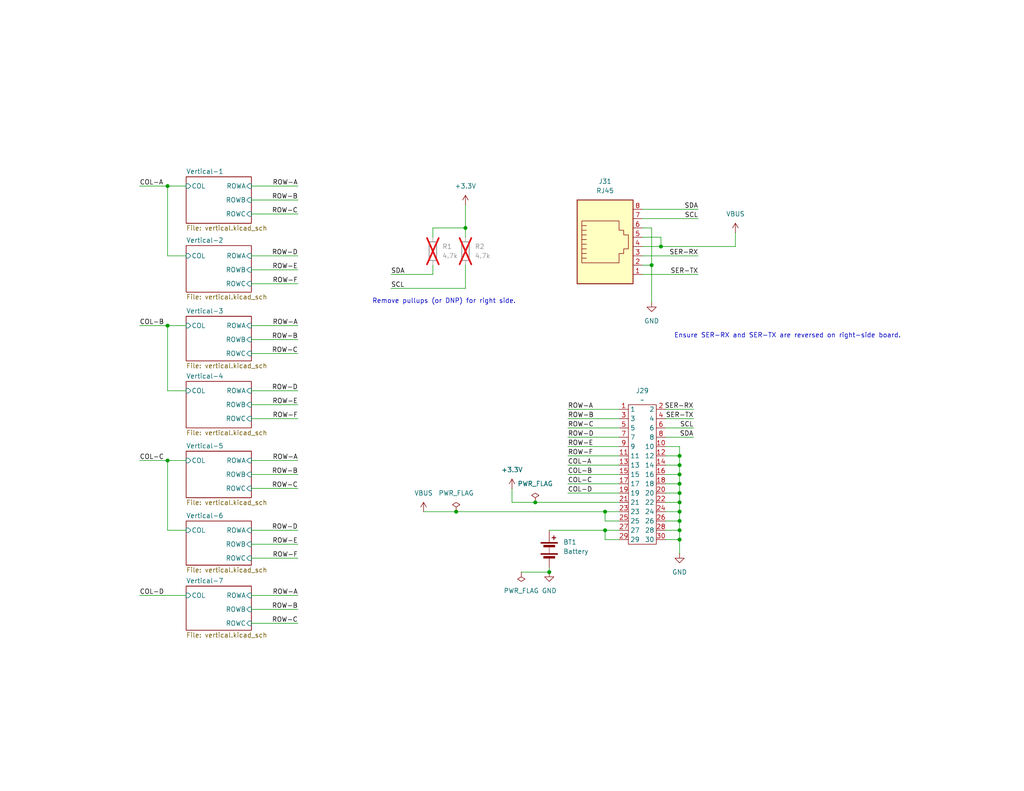
<source format=kicad_sch>
(kicad_sch (version 20231120) (generator "eeschema") (generator_version "8.0")
  (paper "A")
  (title_block (title "Jolt 3 - Left"))
  (lib_symbols
    (symbol "Connector:RJ45" (pin_names (offset 1.016))
      (property "Reference" "J" (at -5.08 13.97 0))
      (property "Value" "RJ45" (at 2.54 13.97 0))
      (symbol "RJ45_0_1"
        (polyline (pts (xy -5.08 4.445) (xy -6.35 4.445)))
        (polyline (pts (xy -5.08 5.715) (xy -6.35 5.715)))
        (polyline (pts (xy -6.35 -3.175) (xy -5.08 -3.175) (xy -5.08 -3.175)))
        (polyline (pts (xy -6.35 -1.905) (xy -5.08 -1.905) (xy -5.08 -1.905)))
        (polyline (pts (xy -6.35 -0.635) (xy -5.08 -0.635) (xy -5.08 -0.635)))
        (polyline (pts (xy -6.35 0.635) (xy -5.08 0.635) (xy -5.08 0.635)))
        (polyline (pts (xy -6.35 1.905) (xy -5.08 1.905) (xy -5.08 1.905)))
        (polyline (pts (xy -5.08 3.175) (xy -6.35 3.175) (xy -6.35 3.175)))
        (polyline (pts (xy -6.35 -4.445) (xy -6.35 6.985) (xy 3.81 6.985) (xy 3.81 4.445) (xy 5.08 4.445) (xy 5.08 3.175) (xy 6.35 3.175) (xy 6.35 -0.635) (xy 5.08 -0.635) (xy 5.08 -1.905) (xy 3.81 -1.905) (xy 3.81 -4.445) (xy -6.35 -4.445) (xy -6.35 -4.445)))
        (rectangle (start 7.62 12.7) (end -7.62 -10.16) (stroke (width 0.254)) (fill (type background)))
      )
      (symbol "RJ45_1_1"
        (pin passive line (at 10.16 -7.62 180) (length 2.54) (name "~") (number "1"))
        (pin passive line (at 10.16 -5.08 180) (length 2.54) (name "~") (number "2"))
        (pin passive line (at 10.16 -2.54 180) (length 2.54) (name "~") (number "3"))
        (pin passive line (at 10.16 0 180) (length 2.54) (name "~") (number "4"))
        (pin passive line (at 10.16 2.54 180) (length 2.54) (name "~") (number "5"))
        (pin passive line (at 10.16 5.08 180) (length 2.54) (name "~") (number "6"))
        (pin passive line (at 10.16 7.62 180) (length 2.54) (name "~") (number "7"))
        (pin passive line (at 10.16 10.16 180) (length 2.54) (name "~") (number "8"))
      )
    )
    (symbol "David Brown Keyboard Parts:Hirose_df40c-30ds"
      (property "Reference" "J" (at 0 19.05 0))
      (symbol "Hirose_df40c-30ds_0_1"
        (rectangle (start -3.81 17.78) (end 3.81 -20.32))
      )
      (symbol "Hirose_df40c-30ds_1_0"
        (pin passive line (at 6.35 6.35 180) (length 2.54) (name "10") (number "10"))
        (pin passive line (at -6.35 3.81 0) (length 2.54) (name "11") (number "11"))
        (pin passive line (at 6.35 3.81 180) (length 2.54) (name "12") (number "12"))
        (pin passive line (at -6.35 1.27 0) (length 2.54) (name "13") (number "13"))
        (pin passive line (at 6.35 1.27 180) (length 2.54) (name "14") (number "14"))
        (pin passive line (at -6.35 -1.27 0) (length 2.54) (name "15") (number "15"))
        (pin passive line (at 6.35 -1.27 180) (length 2.54) (name "16") (number "16"))
        (pin passive line (at -6.35 -3.81 0) (length 2.54) (name "17") (number "17"))
        (pin passive line (at 6.35 -3.81 180) (length 2.54) (name "18") (number "18"))
        (pin passive line (at -6.35 -6.35 0) (length 2.54) (name "19") (number "19"))
        (pin passive line (at 6.35 -6.35 180) (length 2.54) (name "20") (number "20"))
        (pin passive line (at -6.35 -8.89 0) (length 2.54) (name "21") (number "21"))
        (pin passive line (at 6.35 -8.89 180) (length 2.54) (name "22") (number "22"))
        (pin passive line (at -6.35 -11.43 0) (length 2.54) (name "23") (number "23"))
        (pin passive line (at 6.35 -11.43 180) (length 2.54) (name "24") (number "24"))
        (pin passive line (at -6.35 -13.97 0) (length 2.54) (name "25") (number "25"))
        (pin passive line (at 6.35 -13.97 180) (length 2.54) (name "26") (number "26"))
        (pin passive line (at -6.35 -16.51 0) (length 2.54) (name "27") (number "27"))
        (pin passive line (at 6.35 -16.51 180) (length 2.54) (name "28") (number "28"))
        (pin passive line (at -6.35 -19.05 0) (length 2.54) (name "29") (number "29"))
        (pin passive line (at -6.35 13.97 0) (length 2.54) (name "3") (number "3"))
        (pin passive line (at 6.35 -19.05 180) (length 2.54) (name "30") (number "30"))
        (pin passive line (at 6.35 13.97 180) (length 2.54) (name "4") (number "4"))
        (pin passive line (at -6.35 11.43 0) (length 2.54) (name "5") (number "5"))
        (pin passive line (at 6.35 11.43 180) (length 2.54) (name "6") (number "6"))
        (pin passive line (at -6.35 8.89 0) (length 2.54) (name "7") (number "7"))
        (pin passive line (at 6.35 8.89 180) (length 2.54) (name "8") (number "8"))
        (pin passive line (at -6.35 6.35 0) (length 2.54) (name "9") (number "9"))
      )
      (symbol "Hirose_df40c-30ds_1_1"
        (pin passive line (at -6.35 16.51 0) (length 2.54) (name "1") (number "1"))
        (pin passive line (at 6.35 16.51 180) (length 2.54) (name "2") (number "2"))
      )
    )
    (symbol "Device:Battery" (pin_numbers hide) (pin_names (offset 0) hide)
      (property "Reference" "BT" (at 2.54 2.54 0))
      (property "Value" "Battery" (at 2.54 0 0))
      (symbol "Battery_0_1"
        (rectangle (start -2.286 -1.27) (end 2.286 -1.524) (fill (type outline)))
        (rectangle (start -2.286 1.778) (end 2.286 1.524) (fill (type outline)))
        (rectangle (start -1.524 -2.032) (end 1.524 -2.54) (fill (type outline)))
        (rectangle (start -1.524 1.016) (end 1.524 0.508) (fill (type outline)))
        (polyline (pts (xy 0 -1.016) (xy 0 -0.762)))
        (polyline (pts (xy 0 -0.508) (xy 0 -0.254)))
        (polyline (pts (xy 0 0) (xy 0 0.254)))
        (polyline (pts (xy 0 1.778) (xy 0 2.54)))
        (polyline (pts (xy 0.762 3.048) (xy 1.778 3.048)) (stroke (width 0.254)))
        (polyline (pts (xy 1.27 3.556) (xy 1.27 2.54)) (stroke (width 0.254)))
      )
      (symbol "Battery_1_1"
        (pin passive line (at 0 5.08 270) (length 2.54) (name "+") (number "1"))
        (pin passive line (at 0 -5.08 90) (length 2.54) (name "-") (number "2"))
      )
    )
    (symbol "Device:R" (pin_numbers hide) (pin_names (offset 0))
      (property "Reference" "R" (at 2.032 0 90))
      (property "Value" "R" (at 0 0 90))
      (symbol "R_0_1"
        (rectangle (start -1.016 -2.54) (end 1.016 2.54) (stroke (width 0.254)))
      )
      (symbol "R_1_1"
        (pin passive line (at 0 3.81 270) (length 1.27) (name "~") (number "1"))
        (pin passive line (at 0 -3.81 90) (length 1.27) (name "~") (number "2"))
      )
    )
    (symbol "power:+3.3V" (power) (pin_numbers hide) (pin_names (offset 0) hide)
      (property "Value" "+3.3V" (at 0 3.556 0))
      (symbol "+3.3V_0_1"
        (polyline (pts (xy -0.762 1.27) (xy 0 2.54)))
        (polyline (pts (xy 0 0) (xy 0 2.54)))
        (polyline (pts (xy 0 2.54) (xy 0.762 1.27)))
      )
      (symbol "+3.3V_1_1"
        (pin power_in line (at 0 0 90) (length 0) (name "~") (number "1"))
      )
    )
    (symbol "power:GND" (power) (pin_numbers hide) (pin_names (offset 0) hide)
      (property "Value" "GND" (at 0 -3.81 0))
      (symbol "GND_0_1"
        (polyline (pts (xy 0 0) (xy 0 -1.27) (xy 1.27 -1.27) (xy 0 -2.54) (xy -1.27 -1.27) (xy 0 -1.27)))
      )
      (symbol "GND_1_1"
        (pin power_in line (at 0 0 270) (length 0) (name "~") (number "1"))
      )
    )
    (symbol "power:PWR_FLAG" (power) (pin_numbers hide) (pin_names (offset 0) hide)
      (property "Value" "PWR_FLAG" (at 0 3.81 0))
      (symbol "PWR_FLAG_0_0"
        (pin power_out line (at 0 0 90) (length 0) (name "~") (number "1"))
      )
      (symbol "PWR_FLAG_0_1"
        (polyline (pts (xy 0 0) (xy 0 1.27) (xy -1.016 1.905) (xy 0 2.54) (xy 1.016 1.905) (xy 0 1.27)))
      )
    )
    (symbol "power:VBUS" (power) (pin_numbers hide) (pin_names (offset 0) hide)
      (property "Value" "VBUS" (at 0 3.556 0))
      (symbol "VBUS_0_1"
        (polyline (pts (xy -0.762 1.27) (xy 0 2.54)))
        (polyline (pts (xy 0 0) (xy 0 2.54)))
        (polyline (pts (xy 0 2.54) (xy 0.762 1.27)))
      )
      (symbol "VBUS_1_1"
        (pin power_in line (at 0 0 90) (length 0) (name "~") (number "1"))
      )
    )
  )
  (junction (at 185.42 137.16))
  (junction (at 146.05 137.16))
  (junction (at 124.46 139.7))
  (junction (at 185.42 124.46))
  (junction (at 177.8 72.39))
  (junction (at 149.86 156.21))
  (junction (at 45.72 125.73))
  (junction (at 185.42 127))
  (junction (at 185.42 139.7))
  (junction (at 165.1 144.78))
  (junction (at 185.42 147.32))
  (junction (at 185.42 129.54))
  (junction (at 185.42 132.08))
  (junction (at 45.72 50.8))
  (junction (at 185.42 142.24))
  (junction (at 185.42 134.62))
  (junction (at 180.34 67.31))
  (junction (at 45.72 88.9))
  (junction (at 127 62.23))
  (junction (at 185.42 144.78))
  (junction (at 165.1 139.7))
  (wire (pts (xy 154.94 134.62) (xy 168.91 134.62)))
  (wire (pts (xy 45.72 125.73) (xy 50.8 125.73)))
  (wire (pts (xy 50.8 162.56) (xy 38.1 162.56)))
  (wire (pts (xy 185.42 124.46) (xy 185.42 127)))
  (wire (pts (xy 175.26 72.39) (xy 177.8 72.39)))
  (wire (pts (xy 185.42 137.16) (xy 185.42 134.62)))
  (wire (pts (xy 68.58 152.4) (xy 81.28 152.4)))
  (wire (pts (xy 50.8 106.68) (xy 45.72 106.68)))
  (wire (pts (xy 165.1 147.32) (xy 165.1 144.78)))
  (wire (pts (xy 68.58 144.78) (xy 81.28 144.78)))
  (wire (pts (xy 68.58 125.73) (xy 81.28 125.73)))
  (wire (pts (xy 180.34 67.31) (xy 200.66 67.31)))
  (wire (pts (xy 68.58 129.54) (xy 81.28 129.54)))
  (wire (pts (xy 185.42 139.7) (xy 185.42 137.16)))
  (wire (pts (xy 168.91 142.24) (xy 165.1 142.24)))
  (wire (pts (xy 168.91 114.3) (xy 154.94 114.3)))
  (wire (pts (xy 154.94 127) (xy 168.91 127)))
  (wire (pts (xy 106.68 78.74) (xy 127 78.74)))
  (wire (pts (xy 185.42 134.62) (xy 185.42 132.08)))
  (wire (pts (xy 50.8 69.85) (xy 45.72 69.85)))
  (wire (pts (xy 139.7 137.16) (xy 146.05 137.16)))
  (wire (pts (xy 124.46 139.7) (xy 165.1 139.7)))
  (wire (pts (xy 175.26 62.23) (xy 177.8 62.23)))
  (wire (pts (xy 68.58 77.47) (xy 81.28 77.47)))
  (wire (pts (xy 181.61 139.7) (xy 185.42 139.7)))
  (wire (pts (xy 185.42 147.32) (xy 185.42 144.78)))
  (wire (pts (xy 185.42 144.78) (xy 185.42 142.24)))
  (wire (pts (xy 181.61 147.32) (xy 185.42 147.32)))
  (wire (pts (xy 68.58 114.3) (xy 81.28 114.3)))
  (wire (pts (xy 175.26 74.93) (xy 190.5 74.93)))
  (wire (pts (xy 181.61 119.38) (xy 189.23 119.38)))
  (wire (pts (xy 181.61 137.16) (xy 185.42 137.16)))
  (wire (pts (xy 68.58 166.37) (xy 81.28 166.37)))
  (wire (pts (xy 68.58 58.42) (xy 81.28 58.42)))
  (wire (pts (xy 50.8 144.78) (xy 45.72 144.78)))
  (wire (pts (xy 118.11 62.23) (xy 127 62.23)))
  (wire (pts (xy 165.1 142.24) (xy 165.1 139.7)))
  (wire (pts (xy 115.57 139.7) (xy 124.46 139.7)))
  (wire (pts (xy 118.11 64.77) (xy 118.11 62.23)))
  (wire (pts (xy 68.58 88.9) (xy 81.28 88.9)))
  (wire (pts (xy 68.58 50.8) (xy 81.28 50.8)))
  (wire (pts (xy 168.91 111.76) (xy 154.94 111.76)))
  (wire (pts (xy 175.26 67.31) (xy 180.34 67.31)))
  (wire (pts (xy 181.61 114.3) (xy 189.23 114.3)))
  (wire (pts (xy 45.72 144.78) (xy 45.72 125.73)))
  (wire (pts (xy 180.34 64.77) (xy 180.34 67.31)))
  (wire (pts (xy 68.58 106.68) (xy 81.28 106.68)))
  (wire (pts (xy 127 72.39) (xy 127 78.74)))
  (wire (pts (xy 68.58 162.56) (xy 81.28 162.56)))
  (wire (pts (xy 175.26 69.85) (xy 190.5 69.85)))
  (wire (pts (xy 45.72 88.9) (xy 50.8 88.9)))
  (wire (pts (xy 168.91 137.16) (xy 146.05 137.16)))
  (wire (pts (xy 139.7 133.35) (xy 139.7 137.16)))
  (wire (pts (xy 185.42 151.13) (xy 185.42 147.32)))
  (wire (pts (xy 185.42 132.08) (xy 181.61 132.08)))
  (wire (pts (xy 177.8 72.39) (xy 177.8 82.55)))
  (wire (pts (xy 185.42 127) (xy 185.42 129.54)))
  (wire (pts (xy 68.58 73.66) (xy 81.28 73.66)))
  (wire (pts (xy 38.1 88.9) (xy 45.72 88.9)))
  (wire (pts (xy 165.1 144.78) (xy 168.91 144.78)))
  (wire (pts (xy 45.72 50.8) (xy 45.72 69.85)))
  (wire (pts (xy 127 55.88) (xy 127 62.23)))
  (wire (pts (xy 149.86 144.78) (xy 165.1 144.78)))
  (wire (pts (xy 181.61 121.92) (xy 185.42 121.92)))
  (wire (pts (xy 38.1 50.8) (xy 45.72 50.8)))
  (wire (pts (xy 175.26 57.15) (xy 190.5 57.15)))
  (wire (pts (xy 177.8 62.23) (xy 177.8 72.39)))
  (wire (pts (xy 127 62.23) (xy 127 64.77)))
  (wire (pts (xy 185.42 129.54) (xy 185.42 132.08)))
  (wire (pts (xy 154.94 129.54) (xy 168.91 129.54)))
  (wire (pts (xy 168.91 147.32) (xy 165.1 147.32)))
  (wire (pts (xy 38.1 125.73) (xy 45.72 125.73)))
  (wire (pts (xy 45.72 50.8) (xy 50.8 50.8)))
  (wire (pts (xy 106.68 74.93) (xy 118.11 74.93)))
  (wire (pts (xy 181.61 129.54) (xy 185.42 129.54)))
  (wire (pts (xy 181.61 144.78) (xy 185.42 144.78)))
  (wire (pts (xy 68.58 96.52) (xy 81.28 96.52)))
  (wire (pts (xy 68.58 54.61) (xy 81.28 54.61)))
  (wire (pts (xy 68.58 92.71) (xy 81.28 92.71)))
  (wire (pts (xy 68.58 69.85) (xy 81.28 69.85)))
  (wire (pts (xy 68.58 170.18) (xy 81.28 170.18)))
  (wire (pts (xy 175.26 59.69) (xy 190.5 59.69)))
  (wire (pts (xy 185.42 142.24) (xy 185.42 139.7)))
  (wire (pts (xy 149.86 156.21) (xy 149.86 154.94)))
  (wire (pts (xy 168.91 116.84) (xy 154.94 116.84)))
  (wire (pts (xy 181.61 142.24) (xy 185.42 142.24)))
  (wire (pts (xy 68.58 133.35) (xy 81.28 133.35)))
  (wire (pts (xy 168.91 121.92) (xy 154.94 121.92)))
  (wire (pts (xy 185.42 121.92) (xy 185.42 124.46)))
  (wire (pts (xy 165.1 139.7) (xy 168.91 139.7)))
  (wire (pts (xy 181.61 116.84) (xy 189.23 116.84)))
  (wire (pts (xy 181.61 134.62) (xy 185.42 134.62)))
  (wire (pts (xy 118.11 72.39) (xy 118.11 74.93)))
  (wire (pts (xy 68.58 148.59) (xy 81.28 148.59)))
  (wire (pts (xy 181.61 111.76) (xy 189.23 111.76)))
  (wire (pts (xy 175.26 64.77) (xy 180.34 64.77)))
  (wire (pts (xy 154.94 132.08) (xy 168.91 132.08)))
  (wire (pts (xy 68.58 110.49) (xy 81.28 110.49)))
  (wire (pts (xy 168.91 124.46) (xy 154.94 124.46)))
  (wire (pts (xy 181.61 124.46) (xy 185.42 124.46)))
  (wire (pts (xy 200.66 63.5) (xy 200.66 67.31)))
  (wire (pts (xy 142.24 156.21) (xy 149.86 156.21)))
  (wire (pts (xy 181.61 127) (xy 185.42 127)))
  (wire (pts (xy 168.91 119.38) (xy 154.94 119.38)))
  (wire (pts (xy 45.72 106.68) (xy 45.72 88.9)))
  (text "Ensure SER-RX and SER-TX are reversed on right-side board." (at 214.884 91.694 0) (effects (font (size 1.27 1.27))))
  (text "Remove pullups (or DNP) for right side." (at 121.158 82.296 0) (effects (font (size 1.27 1.27))))
  (label "SDA" (at 190.5 57.15 180))
  (label "ROW-F" (at 81.28 114.3 180))
  (label "COL-C" (at 38.1 125.73 0))
  (label "ROW-B" (at 81.28 54.61 180))
  (label "SER-TX" (at 190.5 74.93 180))
  (label "COL-D" (at 38.1 162.56 0))
  (label "ROW-E" (at 81.28 73.66 180))
  (label "COL-D" (at 154.94 134.62 0))
  (label "ROW-F" (at 81.28 152.4 180))
  (label "ROW-D" (at 81.28 144.78 180))
  (label "ROW-B" (at 81.28 129.54 180))
  (label "SDA" (at 106.68 74.93 0))
  (label "ROW-A" (at 154.94 111.76 0))
  (label "COL-A" (at 154.94 127 0))
  (label "COL-B" (at 38.1 88.9 0))
  (label "ROW-C" (at 81.28 133.35 180))
  (label "ROW-A" (at 81.28 125.73 180))
  (label "ROW-C" (at 81.28 170.18 180))
  (label "ROW-D" (at 154.94 119.38 0))
  (label "SCL" (at 189.23 116.84 180))
  (label "ROW-B" (at 154.94 114.3 0))
  (label "SER-RX" (at 189.23 111.76 180))
  (label "SDA" (at 189.23 119.38 180))
  (label "ROW-A" (at 81.28 162.56 180))
  (label "ROW-E" (at 81.28 148.59 180))
  (label "SER-RX" (at 190.5 69.85 180))
  (label "ROW-B" (at 81.28 92.71 180))
  (label "ROW-A" (at 81.28 50.8 180))
  (label "COL-A" (at 38.1 50.8 0))
  (label "ROW-F" (at 154.94 124.46 0))
  (label "COL-C" (at 154.94 132.08 0))
  (label "ROW-C" (at 81.28 96.52 180))
  (label "ROW-D" (at 81.28 69.85 180))
  (label "ROW-A" (at 81.28 88.9 180))
  (label "SER-TX" (at 189.23 114.3 180))
  (label "COL-B" (at 154.94 129.54 0))
  (label "SCL" (at 106.68 78.74 0))
  (label "ROW-C" (at 154.94 116.84 0))
  (label "ROW-E" (at 154.94 121.92 0))
  (label "ROW-C" (at 81.28 58.42 180))
  (label "ROW-F" (at 81.28 77.47 180))
  (label "ROW-B" (at 81.28 166.37 180))
  (label "ROW-D" (at 81.28 106.68 180))
  (label "SCL" (at 190.5 59.69 180))
  (label "ROW-E" (at 81.28 110.49 180))
  (symbol (lib_id "Device:Battery") (at 149.86 149.86 0) (unit 1)
    (property "Reference" "BT1" (at 153.67 148.0184 0) (effects (justify left)))
    (property "Value" "Battery" (at 153.67 150.5584 0) (effects (justify left)))
    (property "Footprint" "davidb-keyboard-foot:BAT-2xAA-SHELL-CASE-BOX" (effects (hide yes)))
    (property "Description" "Multiple-cell battery" (effects (hide yes)))
  )
  (symbol (lib_id "power:PWR_FLAG") (at 142.24 156.21 180) (unit 1)
    (property "Reference" "#FLG02" (effects (hide yes)))
    (property "Value" "PWR_FLAG" (at 142.24 161.29 0))
    (property "Description" "Special symbol for telling ERC where power comes from" (effects (hide yes)))
  )
  (symbol (lib_id "power:GND") (at 149.86 156.21 0) (unit 1)
    (property "Reference" "#PWR01" (effects (hide yes)))
    (property "Value" "GND" (at 149.86 161.29 0))
    (property "Description" "Power symbol creates a global label with name \"GND\" , ground" (effects (hide yes)))
  )
  (symbol (lib_id "power:PWR_FLAG") (at 146.05 137.16 0) (unit 1)
    (property "Reference" "#FLG03" (effects (hide yes)))
    (property "Value" "PWR_FLAG" (at 146.05 132.08 0))
    (property "Description" "Special symbol for telling ERC where power comes from" (effects (hide yes)))
  )
  (symbol (lib_id "power:VBUS") (at 115.57 139.7 0) (unit 1)
    (property "Reference" "#PWR05" (effects (hide yes)))
    (property "Value" "VBUS" (at 115.57 134.62 0))
    (property "Description" "Power symbol creates a global label with name \"VBUS\"" (effects (hide yes)))
  )
  (symbol (lib_id "power:+3.3V") (at 139.7 133.35 0) (unit 1)
    (property "Reference" "#PWR06" (effects (hide yes)))
    (property "Value" "+3.3V" (at 139.7 128.27 0))
    (property "Description" "Power symbol creates a global label with name \"+3.3V\"" (effects (hide yes)))
  )
  (symbol (lib_id "power:+3.3V") (at 127 55.88 0) (unit 1)
    (property "Reference" "#PWR07" (effects (hide yes)))
    (property "Value" "+3.3V" (at 127 50.8 0))
    (property "Description" "Power symbol creates a global label with name \"+3.3V\"" (effects (hide yes)))
  )
  (symbol (lib_id "Device:R") (at 127 68.58 0) (unit 1) (dnp yes)
    (property "Reference" "R2" (at 129.54 67.3099 0) (effects (justify left)))
    (property "Value" "4.7k" (at 129.54 69.8499 0) (effects (justify left)))
    (property "Footprint" "Resistor_SMD:R_0603_1608Metric_Pad0.98x0.95mm_HandSolder" (effects (hide yes)))
    (property "Description" "Resistor" (effects (hide yes)))
  )
  (symbol (lib_id "power:GND") (at 177.8 82.55 0) (unit 1)
    (property "Reference" "#PWR03" (effects (hide yes)))
    (property "Value" "GND" (at 177.8 87.63 0))
    (property "Description" "Power symbol creates a global label with name \"GND\" , ground" (effects (hide yes)))
  )
  (symbol (lib_id "Device:R") (at 118.11 68.58 0) (unit 1) (dnp yes)
    (property "Reference" "R1" (at 120.65 67.3099 0) (effects (justify left)))
    (property "Value" "4.7k" (at 120.65 69.8499 0) (effects (justify left)))
    (property "Footprint" "Resistor_SMD:R_0603_1608Metric_Pad0.98x0.95mm_HandSolder" (effects (hide yes)))
    (property "Description" "Resistor" (effects (hide yes)))
  )
  (symbol (lib_id "power:GND") (at 185.42 151.13 0) (unit 1)
    (property "Reference" "#PWR02" (effects (hide yes)))
    (property "Value" "GND" (at 185.42 156.21 0))
    (property "Description" "Power symbol creates a global label with name \"GND\" , ground" (effects (hide yes)))
  )
  (symbol (lib_id "Connector:RJ45") (at 165.1 67.31 0) (unit 1)
    (property "Reference" "J31" (at 165.1 49.53 0))
    (property "Value" "RJ45" (at 165.1 52.07 0))
    (property "Footprint" "Connector_RJ:RJ45_Amphenol_54602-x08_Horizontal" (effects (hide yes)))
    (property "Description" "RJ connector, 8P8C (8 positions 8 connected)" (effects (hide yes)))
  )
  (symbol (lib_id "David Brown Keyboard Parts:Hirose_df40c-30ds") (at 175.26 128.27 0) (unit 1)
    (property "Reference" "J29" (at 175.26 106.68 0))
    (property "Value" "~" (at 175.26 109.22 0))
    (property "Footprint" "davidb-keyboard-foot:df40c-2_0-30P-0_4v" (effects (hide yes)))
  )
  (symbol (lib_id "power:PWR_FLAG") (at 124.46 139.7 0) (unit 1)
    (property "Reference" "#FLG01" (effects (hide yes)))
    (property "Value" "PWR_FLAG" (at 124.46 134.62 0))
    (property "Description" "Special symbol for telling ERC where power comes from" (effects (hide yes)))
  )
  (symbol (lib_id "power:VBUS") (at 200.66 63.5 0) (unit 1)
    (property "Reference" "#PWR04" (effects (hide yes)))
    (property "Value" "VBUS" (at 200.66 58.42 0))
    (property "Description" "Power symbol creates a global label with name \"VBUS\"" (effects (hide yes)))
  )
  (sheet (at 50.8 104.14) (size 17.78 12.7) (stroke (width 0.1524))
    (property "Sheetname" "Vertical-4" (at 50.8 103.4284 0) (effects (justify left bottom)))
    (property "Sheetfile" "vertical.kicad_sch" (at 50.8 117.4246 0) (effects (justify left top)))
    (pin "COL" input (at 50.8 106.68 180))
    (pin "ROWC" input (at 68.58 114.3 0))
    (pin "ROWA" input (at 68.58 106.68 0))
    (pin "ROWB" input (at 68.58 110.49 0))
  )
  (sheet (at 50.8 48.26) (size 17.78 12.7) (stroke (width 0.1524))
    (property "Sheetname" "Vertical-1" (at 50.8 47.5484 0) (effects (justify left bottom)))
    (property "Sheetfile" "vertical.kicad_sch" (at 50.8 61.5446 0) (effects (justify left top)))
    (pin "COL" input (at 50.8 50.8 180))
    (pin "ROWC" input (at 68.58 58.42 0))
    (pin "ROWA" input (at 68.58 50.8 0))
    (pin "ROWB" input (at 68.58 54.61 0))
  )
  (sheet (at 50.8 67.056) (size 17.78 12.7) (stroke (width 0.1524))
    (property "Sheetname" "Vertical-2" (at 50.8 66.3444 0) (effects (justify left bottom)))
    (property "Sheetfile" "vertical.kicad_sch" (at 50.8 80.3406 0) (effects (justify left top)))
    (pin "COL" input (at 50.8 69.85 180))
    (pin "ROWC" input (at 68.58 77.47 0))
    (pin "ROWA" input (at 68.58 69.85 0))
    (pin "ROWB" input (at 68.58 73.66 0))
  )
  (sheet (at 50.8 86.36) (size 17.78 12.192) (stroke (width 0.1524))
    (property "Sheetname" "Vertical-3" (at 50.8 85.6484 0) (effects (justify left bottom)))
    (property "Sheetfile" "vertical.kicad_sch" (at 50.8 99.1366 0) (effects (justify left top)))
    (pin "COL" input (at 50.8 88.9 180))
    (pin "ROWC" input (at 68.58 96.52 0))
    (pin "ROWA" input (at 68.58 88.9 0))
    (pin "ROWB" input (at 68.58 92.71 0))
  )
  (sheet (at 50.8 142.24) (size 17.78 12.065) (stroke (width 0.1524))
    (property "Sheetname" "Vertical-6" (at 50.8 141.5284 0) (effects (justify left bottom)))
    (property "Sheetfile" "vertical.kicad_sch" (at 50.8 154.8896 0) (effects (justify left top)))
    (pin "COL" input (at 50.8 144.78 180))
    (pin "ROWC" input (at 68.58 152.4 0))
    (pin "ROWA" input (at 68.58 144.78 0))
    (pin "ROWB" input (at 68.58 148.59 0))
  )
  (sheet (at 50.8 123.19) (size 17.78 12.7) (stroke (width 0.1524))
    (property "Sheetname" "Vertical-5" (at 50.8 122.4784 0) (effects (justify left bottom)))
    (property "Sheetfile" "vertical.kicad_sch" (at 50.8 136.4746 0) (effects (justify left top)))
    (pin "COL" input (at 50.8 125.73 180))
    (pin "ROWC" input (at 68.58 133.35 0))
    (pin "ROWA" input (at 68.58 125.73 0))
    (pin "ROWB" input (at 68.58 129.54 0))
  )
  (sheet (at 50.8 160.02) (size 17.78 12.065) (stroke (width 0.1524))
    (property "Sheetname" "Vertical-7" (at 50.8 159.3084 0) (effects (justify left bottom)))
    (property "Sheetfile" "vertical.kicad_sch" (at 50.8 172.6696 0) (effects (justify left top)))
    (pin "COL" input (at 50.8 162.56 180))
    (pin "ROWC" input (at 68.58 170.18 0))
    (pin "ROWA" input (at 68.58 162.56 0))
    (pin "ROWB" input (at 68.58 166.37 0))
  )
)
</source>
